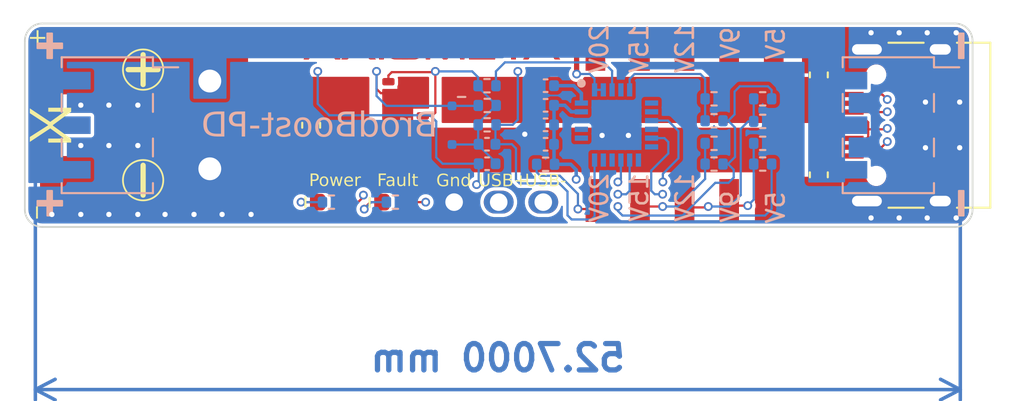
<source format=kicad_pcb>
(kicad_pcb (version 20241229) (generator "pcbnew") (generator_version "9.0")
  (layers (0 "F.Cu" mixed) (4 "In1.Cu" signal) (6 "In2.Cu" signal) (2 "B.Cu" mixed) (13 "F.Paste" user) (15 "B.Paste" user) (5 "F.SilkS" user "F.Silkscreen") (7 "B.SilkS" user "B.Silkscreen") (1 "F.Mask" user) (3 "B.Mask" user) (25 "Edge.Cuts" user))
  (net 0 "")
  (net 1 "GND")
  (net 2 "+3V3")
  (net 3 "/CC2")
  (net 4 "/CC1")
  (net 5 "/USB_M")
  (net 6 "/USB_P")
  (net 12 "/SCL_3")
  (net 13 "/SDA_3")
  (net 14 "/USB_C_V+")
  (net 15 "Net-(D2-A)")
  (net 16 "/OUTPUT_V+")
  (net 17 "Net-(IC1-VCCD)")
  (net 18 "/FAULT_LED")
  (net 19 "Net-(D3-K)")
  (net 20 "/VBUS_FET_EN")
  (net 21 "/INT_3")
  (net 22 "Net-(D2-K)")
  (net 23 "/VBUS_MAX")
  (net 24 "/ISNK_COARSE")
  (net 25 "Net-(D1-K)")
  (net 28 "Net-(R16-Pad1)")
  (net 29 "Net-(R18-Pad1)")
  (net 30 "Net-(R20-Pad1)")
  (net 31 "Net-(R1-Pad2)")
  (footprint "aArtWork:Axiometa_Logo" (layer "F.Cu") (at 147.714223 99.194205)
    (property "Reference" "G***" (hide yes))
    (property "Value" "LOGO" (hide yes))
  )
  (footprint "Connector_PinSocket_2.54mm:PinSocket_1x02_P2.54mm_Vertical_SMD_Pin1Left" (layer "F.Cu") (at 128.733178 103.36375 180)
    (property "Reference" "N21" (hide yes))
    (property "Value" "Conn_01x02_Pin" (hide yes))
  )
  (footprint "TerminalBlock_4Ucon:TerminalBlock_4Ucon_1x02_P3.50mm_Vertical" (layer "F.Cu") (at 136.153178 103.34775 -90)
    (property "Reference" "J4" (hide yes))
    (property "Value" "Conn_01x02_Pin" (hide yes))
  )
  (footprint "Capacitor_SMD:C_0603_1608Metric" (layer "F.Cu") (at 170.853178 100.49775 90)
    (property "Reference" "C3" (hide yes))
    (property "Value" "0.1 uF")
  )
  (footprint "Capacitor_SMD:C_0603_1608Metric" (layer "F.Cu") (at 170.853178 106.19075 -90)
    (property "Reference" "C1" (hide yes))
    (property "Value" "3.3 uF")
  )
  (footprint "Package_SON:Diodes_PowerDI3333-8" (layer "F.Cu") (at 144.829178 101.86075 180)
    (property "Reference" "Q3" (hide yes))
    (property "Value" "DMP3013")
  )
  (footprint "LED_SMD:LED_0603_1608Metric" (layer "F.Cu") (at 146.745178 107.74775)
    (property "Reference" "D3" (hide yes))
    (property "Value" "Red")
  )
  (footprint "LED_SMD:LED_0603_1608Metric" (layer "F.Cu") (at 143.082178 107.74775)
    (property "Reference" "D1" (hide yes))
    (property "Value" "Green")
  )
  (footprint "aArtWork:Axiometa_2mm" (layer "F.Cu") (at 127.078178 103.36375 -90)
    (property "Reference" "G***" (hide yes))
    (property "Value" "LOGO" (hide yes))
  )
  (footprint "Connector_PinHeader_2.54mm:PinHeader_1x04_P2.54mm_Horizontal" (layer "F.Cu") (at 157.693178 107.74775 -90)
    (property "Reference" "J6" (hide yes))
    (property "Value" "Output" (hide yes))
  )
  (footprint "Button_Switch_SMD:SW_DIP_SPSTx05_Slide_9.78x14.88mm_W8.61mm_P2.54mm" (layer "F.Cu") (at 163.203178 103.34775 -90)
    (property "Reference" "SW1" (hide yes))
    (property "Value" "SW_DIP_x05" (hide yes))
  )
  (footprint "Package_SON:Diodes_PowerDI3333-8" (layer "F.Cu") (at 149.789178 101.85825)
    (property "Reference" "Q2" (hide yes))
    (property "Value" "DMP3013")
  )
  (footprint "aArtWork:Axiometa_Logo" (layer "F.Cu") (at 147.714223 99.194205)
    (property "Reference" "G***" (hide yes))
    (property "Value" "LOGO" (hide yes))
  )
  (footprint "Connector_USB:USB_C_Receptacle_HRO_TYPE-C-31-M-12" (layer "F.Cu") (at 176.723178 103.36625 90)
    (property "Reference" "P1" (hide yes))
    (property "Value" "USB Type C")
  )
  (footprint "Capacitor_SMD:C_0603_1608Metric" (layer "F.Cu") (at 141.928178 103.36625 -90)
    (property "Reference" "C4" (hide yes))
    (property "Value" "3.3 uF")
  )
  (footprint "Capacitor_SMD:C_0402_1005Metric" (layer "B.Cu") (at 155.285178 103.34175 180)
    (property "Reference" "C12" (hide yes))
    (property "Value" "100nF")
  )
  (footprint "Capacitor_SMD:C_0402_1005Metric" (layer "B.Cu") (at 155.285178 102.23175 180)
    (property "Reference" "C10" (hide yes))
    (property "Value" "1uF")
  )
  (footprint "Resistor_SMD:R_0402_1005Metric" (layer "B.Cu") (at 164.883178 104.39775 180)
    (property "Reference" "R21" (hide yes))
    (property "Value" "5.1k")
  )
  (footprint "Capacitor_SMD:C_0402_1005Metric" (layer "B.Cu") (at 155.285178 104.45175 180)
    (property "Reference" "C11" (hide yes))
    (property "Value" "1uF")
  )
  (footprint "Resistor_SMD:R_0402_1005Metric" (layer "B.Cu") (at 167.653178 105.57775)
    (property "Reference" "R16" (hide yes))
    (property "Value" "5.1k")
  )
  (footprint "Capacitor_SMD:C_0402_1005Metric" (layer "B.Cu") (at 151.947178 104.44775 180)
    (property "Reference" "C2" (hide yes))
    (property "Value" "1uF")
  )
  (footprint "Resistor_SMD:R_0402_1005Metric" (layer "B.Cu") (at 155.285178 105.59175 180)
    (property "Reference" "R1" (hide yes))
    (property "Value" "1k")
  )
  (footprint "Capacitor_SMD:C_0402_1005Metric" (layer "B.Cu") (at 151.953178 105.55975)
    (property "Reference" "C9" (hide yes))
    (property "Value" "1uF")
  )
  (footprint "Diode_SMD:D_SOD-323F" (layer "B.Cu") (at 149.953178 103.36375 -90)
    (property "Reference" "D2" (hide yes))
    (property "Value" "15V")
  )
  (footprint "Resistor_SMD:R_0402_1005Metric" (layer "B.Cu") (at 167.653178 104.39775 180)
    (property "Reference" "R17" (hide yes))
    (property "Value" "1k")
  )
  (footprint "Connector_PinHeader_2.54mm:PinHeader_2x03_P2.54mm_Vertical_SMD" (layer "B.Cu") (at 130.313178 103.36375 180)
    (property "Reference" "J2" (hide yes))
    (property "Value" "Conn_02x02_Counter_Clockwise")
  )
  (footprint "Resistor_SMD:R_0402_1005Metric" (layer "B.Cu") (at 164.883178 101.86175 180)
    (property "Reference" "R31" (hide yes))
    (property "Value" "2.4k")
  )
  (footprint "Resistor_SMD:R_0402_1005Metric" (layer "B.Cu") (at 151.953178 103.34175)
    (property "Reference" "R8" (hide yes))
    (property "Value" "10k")
  )
  (footprint "Resistor_SMD:R_0402_1005Metric" (layer "B.Cu") (at 164.883178 103.11175)
    (property "Reference" "R30" (hide yes))
    (property "Value" "5.1k")
  )
  (footprint "Resistor_SMD:R_0402_1005Metric" (layer "B.Cu") (at 167.653178 101.86175)
    (property "Reference" "R18" (hide yes))
    (property "Value" "5.1k")
  )
  (footprint "Resistor_SMD:R_0402_1005Metric" (layer "B.Cu") (at 143.082178 107.74775 180)
    (property "Reference" "R4" (hide yes))
    (property "Value" "10k")
  )
  (footprint "Resistor_SMD:R_0402_1005Metric" (layer "B.Cu") (at 151.959178 102.23875 180)
    (property "Reference" "R9" (hide yes))
    (property "Value" "49.9k")
  )
  (footprint "Resistor_SMD:R_0402_1005Metric" (layer "B.Cu") (at 151.945178 101.11375 180)
    (property "Reference" "R10" (hide yes))
    (property "Value" "1k")
  )
  (footprint "Connector_PinHeader_2.54mm:PinHeader_2x03_P2.54mm_Vertical_SMD" (layer "B.Cu") (at 174.813178 103.36375 180)
    (property "Reference" "J1" (hide yes))
    (property "Value" "Conn_02x02_Counter_Clockwise")
  )
  (footprint "Capacitor_SMD:C_0402_1005Metric" (layer "B.Cu") (at 155.285178 101.11225 180)
    (property "Reference" "C13" (hide yes))
    (property "Value" "1uF")
  )
  (footprint "aFootprint:CYPD3177" (layer "B.Cu") (at 159.324178 103.35075 -90)
    (property "Reference" "IC1" (hide yes))
    (property "Value" "CYPD3177" (hide yes))
  )
  (footprint "Resistor_SMD:R_0402_1005Metric" (layer "B.Cu") (at 164.883178 105.57775)
    (property "Reference" "R20" (hide yes))
    (property "Value" "5.1k")
  )
  (footprint "Resistor_SMD:R_0402_1005Metric" (layer "B.Cu") (at 146.725178 107.74775 180)
    (property "Reference" "R11" (hide yes))
    (property "Value" "2k")
  )
  (footprint "Resistor_SMD:R_0402_1005Metric" (layer "B.Cu") (at 167.653178 103.14775 180)
    (property "Reference" "R19" (hide yes))
    (property "Value" "2.4k")
  )
  (gr_circle (center 132.353178 100.19775) (end 133.503178 100.19775) (stroke (width 0.1)) (fill no) (layer "F.SilkS"))
  (gr_circle (center 132.353178 106.49775) (end 133.503178 106.49775) (stroke (width 0.1)) (fill no) (layer "F.SilkS"))
  (gr_line (start 131.504428 100.19775) (end 133.201928 100.19775) (stroke (width 0.3)) (layer "F.SilkS"))
  (gr_line (start 132.353178 107.3465) (end 132.353178 105.649) (stroke (width 0.3)) (layer "F.SilkS"))
  (gr_line (start 132.353178 99.349) (end 132.353178 101.0465) (stroke (width 0.3)) (layer "F.SilkS"))
  (gr_rect (start 126.329178 107.67175) (end 127.743178 107.94775) (stroke (width 0.1)) (fill yes) (layer "B.SilkS"))
  (gr_rect (start 178.828178 107.10275) (end 179.104178 108.51675) (stroke (width 0.1)) (fill yes) (layer "B.SilkS"))
  (gr_rect (start 126.891178 107.10275) (end 127.167178 108.51675) (stroke (width 0.1)) (fill yes) (layer "B.SilkS"))
  (gr_rect (start 178.828178 98.13375) (end 179.104178 99.54775) (stroke (width 0.1)) (fill yes) (layer "B.SilkS"))
  (gr_rect (start 126.891178 98.13375) (end 127.167178 99.54775) (stroke (width 0.1)) (fill yes) (layer "B.SilkS"))
  (gr_rect (start 126.329178 98.70275) (end 127.743178 98.97875) (stroke (width 0.1)) (fill yes) (layer "B.SilkS"))
  (gr_line (start 178.613178 109.16375) (end 126.613178 109.16375) (stroke (width 0.1)) (layer "Edge.Cuts"))
  (gr_arc (start 125.613178 98.56875) (mid 125.906054 97.861611) (end 126.613178 97.56875) (stroke (width 0.1)) (layer "Edge.Cuts"))
  (gr_line (start 126.613178 97.56875) (end 178.61 97.56875) (stroke (width 0.1)) (layer "Edge.Cuts"))
  (gr_arc (start 179.613178 108.16375) (mid 179.320302 108.870889) (end 178.613178 109.16375) (stroke (width 0.1)) (layer "Edge.Cuts"))
  (gr_arc (start 178.613178 97.56875) (mid 179.320267 97.861646) (end 179.613178 98.56875) (stroke (width 0.1)) (layer "Edge.Cuts"))
  (gr_arc (start 126.613178 109.16375) (mid 125.906089 108.870854) (end 125.613178 108.16375) (stroke (width 0.1)) (layer "Edge.Cuts"))
  (gr_line (start 125.613178 108.16375) (end 125.613178 98.56875) (stroke (width 0.1)) (layer "Edge.Cuts"))
  (gr_line (start 179.613178 98.56875) (end 179.613178 108.16375) (stroke (width 0.1)) (layer "Edge.Cuts"))
  (gr_text "Power" (at 141.803178 106.94775 0) (layer "F.SilkS") (effects (font (size 0.7 0.7) (thickness 0.125)) (justify left bottom)))
  (gr_text "Fault" (at 145.683178 106.94975 0) (layer "F.SilkS") (effects (font (size 0.7 0.7) (thickness 0.125)) (justify left bottom)))
  (gr_text "-" (at 126.853178 108.74775 90) (layer "F.SilkS") (effects (font (size 1 1) (thickness 0.125)) (justify left bottom)))
  (gr_text "USB+" (at 151.453178 106.96075 0) (layer "F.SilkS") (effects (font (size 0.7 0.7) (thickness 0.125)) (justify left bottom)))
  (gr_text "Gnd" (at 149.053178 106.96075 0) (layer "F.SilkS") (effects (font (size 0.7 0.7) (thickness 0.125)) (justify left bottom)))
  (gr_text "USB-" (at 154.103178 106.96075 0) (layer "F.SilkS") (effects (font (size 0.7 0.7) (thickness 0.125)) (justify left bottom)))
  (gr_text "+" (at 125.753178 98.99775 0) (layer "F.SilkS") (effects (font (size 1 1) (thickness 0.125)) (justify left bottom)))
  (gr_text "-" (at 126.853178 108.39775 90) (layer "F.SilkS") (effects (font (size 1 1) (thickness 0.125)) (justify left bottom)))
  (gr_text "9V" (at 166.403178 97.67275 90) (layer "B.SilkS") (effects (font (size 1 1)) (justify left bottom mirror)))
  (gr_text "5V" (at 168.978178 97.72275 90) (layer "B.SilkS") (effects (font (size 1 1)) (justify left bottom mirror)))
  (gr_text "15V" (at 161.203178 105.99775 90) (layer "B.SilkS") (effects (font (size 1 1)) (justify left bottom mirror)))
  (gr_text "BrodBoost-PD" (at 142.403178 104.24775 0) (layer "B.SilkS") (effects (font (size 1.4 1.4) (thickness 0.175)) (justify bottom mirror)))
  (gr_text "15V" (at 161.203178 97.52275 90) (layer "B.SilkS") (effects (font (size 1 1)) (justify left bottom mirror)))
  (gr_text "12V" (at 163.803178 105.99775 90) (layer "B.SilkS") (effects (font (size 1 1)) (justify left bottom mirror)))
  (gr_text "9V" (at 166.403178 106.99775 90) (layer "B.SilkS") (effects (font (size 1 1)) (justify left bottom mirror)))
  (gr_text "20V" (at 158.928178 106.02275 90) (layer "B.SilkS") (effects (font (size 1 1)) (justify left bottom mirror)))
  (gr_text "5V" (at 168.978178 107.04775 90) (layer "B.SilkS") (effects (font (size 1 1)) (justify left bottom mirror)))
  (gr_text "12V" (at 163.803178 97.52275 90) (layer "B.SilkS") (effects (font (size 1 1)) (justify left bottom mirror)))
  (gr_text "20V" (at 158.928178 97.54775 90) (layer "B.SilkS") (effects (font (size 1 1)) (justify left bottom mirror)))
  (dimension (type orthogonal) (layer "B.Cu") (pts (xy 178.913178 105.88775) (xy 126.213178 105.97775)) (height 12.54) (orientation 0) (format (prefix "") (suffix "") (units 3) (units_format 1) (precision 4)) (style (thickness 0.2) (arrow_length 1.27) (text_position_mode 0) (arrow_direction outward) (extension_height 0.58642) (extension_offset 0.5) (keep_text_aligned yes)) (gr_text "52.7000 mm" (at 152.563178 116.62775 0) (layer "B.Cu") (effects (font (size 1.5 1.5) (thickness 0.3)) (justify mirror))))
  (via (at 136.853178 108.44775) (size 0.5) (drill 0.3) (layers "F.Cu" "B.Cu") (net 1))
  (via (at 135.253178 108.44775) (size 0.5) (drill 0.3) (layers "F.Cu" "B.Cu") (net 1))
  (via (at 154.099178 103.87875) (size 0.5) (drill 0.3) (layers "F.Cu" "B.Cu") (net 1))
  (via (at 128.803178 104.52275) (size 0.5) (drill 0.3) (layers "F.Cu" "B.Cu") (net 1))
  (via (at 178.878178 102.04775) (size 0.5) (drill 0.3) (layers "F.Cu" "B.Cu") (net 1))
  (via (at 128.803178 108.44775) (size 0.5) (drill 0.3) (layers "F.Cu" "B.Cu") (net 1))
  (via (at 132.053178 104.52275) (size 0.5) (drill 0.3) (layers "F.Cu" "B.Cu") (net 1))
  (via (at 176.928178 104.64775) (size 0.5) (drill 0.3) (layers "F.Cu" "B.Cu") (net 1))
  (via (at 130.403178 104.52275) (size 0.5) (drill 0.3) (layers "F.Cu" "B.Cu") (net 1))
  (via (at 173.828178 98.09775) (size 0.5) (drill 0.3) (layers "F.Cu" "B.Cu") (net 1))
  (via (at 138.503178 108.44775) (size 0.5) (drill 0.3) (layers "F.Cu" "B.Cu") (net 1))
  (via (at 175.428178 108.64775) (size 0.5) (drill 0.3) (layers "F.Cu" "B.Cu") (net 1))
  (via (at 158.503178 103.94775) (size 0.5) (drill 0.3) (layers "F.Cu" "B.Cu") (net 1))
  (via (at 176.928178 102.04775) (size 0.5) (drill 0.3) (layers "F.Cu" "B.Cu") (net 1))
  (via (at 177.028178 98.09775) (size 0.5) (drill 0.3) (layers "F.Cu" "B.Cu") (net 1))
  (via (at 175.428178 98.09775) (size 0.5) (drill 0.3) (layers "F.Cu" "B.Cu") (net 1))
  (via (at 160.003178 103.94775) (size 0.5) (drill 0.3) (layers "F.Cu" "B.Cu") (net 1))
  (via (at 177.028178 108.64775) (size 0.5) (drill 0.3) (layers "F.Cu" "B.Cu") (net 1))
  (via (at 130.403178 102.22275) (size 0.5) (drill 0.3) (layers "F.Cu" "B.Cu") (net 1))
  (via (at 178.678178 108.64775) (size 0.5) (drill 0.3) (layers "F.Cu" "B.Cu") (net 1))
  (via (at 173.828178 108.64775) (size 0.5) (drill 0.3) (layers "F.Cu" "B.Cu") (net 1))
  (via (at 132.053178 102.22275) (size 0.5) (drill 0.3) (layers "F.Cu" "B.Cu") (net 1))
  (via (at 178.878178 104.64775) (size 0.5) (drill 0.3) (layers "F.Cu" "B.Cu") (net 1))
  (via (at 132.053178 108.44775) (size 0.5) (drill 0.3) (layers "F.Cu" "B.Cu") (net 1))
  (via (at 178.678178 98.09775) (size 0.5) (drill 0.3) (layers "F.Cu" "B.Cu") (net 1))
  (via (at 128.803178 102.22275) (size 0.5) (drill 0.3) (layers "F.Cu" "B.Cu") (net 1))
  (via (at 127.153178 108.44775) (size 0.5) (drill 0.3) (layers "F.Cu" "B.Cu") (net 1))
  (via (at 130.403178 108.44775) (size 0.5) (drill 0.3) (layers "F.Cu" "B.Cu") (net 1))
  (via (at 133.603178 108.44775) (size 0.5) (drill 0.3) (layers "F.Cu" "B.Cu") (net 1))
  (segment (start 157.850178 104.60075) (end 157.324178 104.60075) (width 0.127) (layer "B.Cu") (net 1))
  (segment (start 154.805178 101.11225) (end 154.805178 104.45175) (width 0.2) (layer "B.Cu") (net 1))
  (segment (start 158.503178 103.94775) (end 157.850178 104.60075) (width 0.127) (layer "B.Cu") (net 1))
  (segment (start 144.903178 107.44775) (end 144.903178 107.34775) (width 0.127) (layer "F.Cu") (net 2))
  (segment (start 144.603178 107.74775) (end 144.903178 107.44775) (width 0.127) (layer "F.Cu") (net 2))
  (segment (start 143.869678 107.74775) (end 144.603178 107.74775) (width 0.127) (layer "F.Cu") (net 2))
  (via (at 157.028178 106.44775) (size 0.5) (drill 0.3) (layers "F.Cu" "B.Cu") (net 2))
  (via (at 159.403178 107.99775) (size 0.5) (drill 0.3) (layers "F.Cu" "B.Cu") (net 2))
  (via (at 144.903178 107.34775) (size 0.5) (drill 0.3) (layers "F.Cu" "B.Cu") (net 2))
  (segment (start 168.163178 101.86175) (end 168.163178 101.35775) (width 0.127) (layer "B.Cu") (net 2))
  (segment (start 166.003178 106.34775) (end 165.703178 106.64775) (width 0.127) (layer "B.Cu") (net 2))
  (segment (start 166.053178 102.74775) (end 165.689178 103.11175) (width 0.127) (layer "B.Cu") (net 2))
  (segment (start 167.789678 108.51125) (end 168.163178 108.13775) (width 0.127) (layer "B.Cu") (net 2))
  (segment (start 165.689178 103.11175) (end 166.076178 103.49875) (width 0.127) (layer "B.Cu") (net 2))
  (segment (start 155.765178 105.561751) (end 155.795177 105.59175) (width 0.2) (layer "B.Cu") (net 2))
  (segment (start 167.953178 101.14775) (end 166.353178 101.14775) (width 0.127) (layer "B.Cu") (net 2))
  (segment (start 166.003178 105.89775) (end 166.003178 106.34775) (width 0.127) (layer "B.Cu") (net 2))
  (segment (start 165.689178 103.11175) (end 165.393178 103.11175) (width 0.127) (layer "B.Cu") (net 2))
  (segment (start 155.765178 104.45175) (end 155.765178 105.561751) (width 0.2) (layer "B.Cu") (net 2))
  (segment (start 165.393178 105.57775) (end 165.683178 105.57775) (width 0.127) (layer "B.Cu") (net 2))
  (segment (start 162.989678 108.51125) (end 167.789678 108.51125) (width 0.127) (layer "B.Cu") (net 2))
  (segment (start 165.683178 105.57775) (end 166.003178 105.89775) (width 0.127) (layer "B.Cu") (net 2))
  (segment (start 156.379178 102.23175) (end 155.765178 102.23175) (width 0.2) (layer "B.Cu") (net 2))
  (segment (start 159.403178 107.99775) (end 159.403178 108.24775) (width 0.127) (layer "B.Cu") (net 2))
  (segment (start 165.673178 105.57775) (end 165.393178 105.57775) (width 0.127) (layer "B.Cu") (net 2))
  (segment (start 168.163178 101.35775) (end 167.953178 101.14775) (width 0.127) (layer "B.Cu") (net 2))
  (segment (start 165.703178 106.64775) (end 164.953178 106.64775) (width 0.127) (layer "B.Cu") (net 2))
  (segment (start 155.765178 102.23175) (end 155.765178 103.34175) (width 0.2) (layer "B.Cu") (net 2))
  (segment (start 156.712178 105.59175) (end 157.028178 105.90775) (width 0.2) (layer "B.Cu") (net 2))
  (segment (start 159.666678 108.51125) (end 162.989678 108.51125) (width 0.127) (layer "B.Cu") (net 2))
  (segment (start 159.403178 108.24775) (end 159.666678 108.51125) (width 0.127) (layer "B.Cu") (net 2))
  (segment (start 163.089678 108.51125) (end 162.989678 108.51125) (width 0.127) (layer "B.Cu") (net 2))
  (segment (start 157.324178 102.60075) (end 156.748178 102.60075) (width 0.2) (layer "B.Cu") (net 2))
  (segment (start 155.795177 105.59175) (end 156.712178 105.59175) (width 0.2) (layer "B.Cu") (net 2))
  (segment (start 166.053178 101.44775) (end 166.053178 102.74775) (width 0.127) (layer "B.Cu") (net 2))
  (segment (start 157.028178 105.90775) (end 157.028178 106.44775) (width 0.2) (layer "B.Cu") (net 2))
  (segment (start 156.748178 102.60075) (end 156.379178 102.23175) (width 0.2) (layer "B.Cu") (net 2))
  (segment (start 166.076178 105.17475) (end 165.673178 105.57775) (width 0.127) (layer "B.Cu") (net 2))
  (segment (start 166.353178 101.14775) (end 166.053178 101.44775) (width 0.127) (layer "B.Cu") (net 2))
  (segment (start 166.076178 103.49875) (end 166.076178 105.17475) (width 0.127) (layer "B.Cu") (net 2))
  (segment (start 168.163178 108.13775) (end 168.163178 105.57775) (width 0.127) (layer "B.Cu") (net 2))
  (segment (start 164.953178 106.64775) (end 163.089678 108.51125) (width 0.127) (layer "B.Cu") (net 2))
  (segment (start 155.765178 103.34175) (end 155.765178 104.45175) (width 0.2) (layer "B.Cu") (net 2))
  (segment (start 174.753178 101.897747) (end 174.471681 101.61625) (width 0.127) (layer "F.Cu") (net 3))
  (segment (start 174.471681 101.61625) (end 172.678178 101.61625) (width 0.127) (layer "F.Cu") (net 3))
  (via (at 174.753178 101.897747) (size 0.5) (drill 0.3) (layers "F.Cu" "B.Cu") (net 3))
  (via (at 159.403178 107.29775) (size 0.5) (drill 0.3) (layers "F.Cu" "B.Cu") (net 3))
  (segment (start 160.074178 107.10175) (end 160.074178 105.35075) (width 0.127) (layer "B.Cu") (net 3))
  (segment (start 159.878178 107.29775) (end 160.074178 107.10175) (width 0.127) (layer "B.Cu") (net 3))
  (segment (start 159.403178 107.29775) (end 159.878178 107.29775) (width 0.127) (layer "B.Cu") (net 3))
  (segment (start 174.434681 104.61625) (end 172.678179 104.61625) (width 0.127) (layer "F.Cu") (net 4))
  (segment (start 174.753178 104.297753) (end 174.434681 104.61625) (width 0.127) (layer "F.Cu") (net 4))
  (via (at 174.753178 104.297753) (size 0.5) (drill 0.3) (layers "F.Cu" "B.Cu") (net 4))
  (via (at 159.403178 106.59775) (size 0.5) (drill 0.3) (layers "F.Cu" "B.Cu") (net 4))
  (segment (start 159.574178 106.42675) (end 159.574178 105.35075) (width 0.127) (layer "B.Cu") (net 4))
  (segment (start 159.403178 106.59775) (end 159.574178 106.42675) (width 0.127) (layer "B.Cu") (net 4))
  (segment (start 172.678178 103.11625) (end 173.580178 103.11625) (width 0.127) (layer "F.Cu") (net 5))
  (segment (start 174.703178 103.59775) (end 174.753178 103.54775) (width 0.127) (layer "F.Cu") (net 5))
  (segment (start 173.666678 103.59775) (end 173.666678 104.03425) (width 0.127) (layer "F.Cu") (net 5))
  (segment (start 173.666678 103.59775) (end 174.703178 103.59775) (width 0.127) (layer "F.Cu") (net 5))
  (segment (start 173.580178 103.11625) (end 173.666678 103.20275) (width 0.127) (layer "F.Cu") (net 5))
  (segment (start 173.584678 104.11625) (end 172.678178 104.11625) (width 0.127) (layer "F.Cu") (net 5))
  (segment (start 173.666678 103.20275) (end 173.666678 103.59775) (width 0.127) (layer "F.Cu") (net 5))
  (segment (start 173.666678 104.03425) (end 173.584678 104.11625) (width 0.127) (layer "F.Cu") (net 5))
  (via (at 174.753178 103.54775) (size 0.5) (drill 0.3) (layers "F.Cu" "B.Cu") (net 5))
  (segment (start 171.776178 102.61625) (end 171.689678 102.70275) (width 0.127) (layer "F.Cu") (net 6))
  (segment (start 174.753178 102.59775) (end 174.734678 102.61625) (width 0.127) (layer "F.Cu") (net 6))
  (segment (start 171.689678 103.52975) (end 171.776178 103.61625) (width 0.127) (layer "F.Cu") (net 6))
  (segment (start 171.776178 103.61625) (end 172.678178 103.61625) (width 0.127) (layer "F.Cu") (net 6))
  (segment (start 171.689678 102.70275) (end 171.689678 103.52975) (width 0.127) (layer "F.Cu") (net 6))
  (segment (start 172.678178 102.61625) (end 171.776178 102.61625) (width 0.127) (layer "F.Cu") (net 6))
  (segment (start 174.734678 102.61625) (end 172.678178 102.61625) (width 0.127) (layer "F.Cu") (net 6))
  (via (at 174.753178 102.59775) (size 0.5) (drill 0.3) (layers "F.Cu" "B.Cu") (net 6))
  (segment (start 153.703178 100.29775) (end 153.703178 100.99775) (width 0.127) (layer "F.Cu") (net 14))
  (via (at 153.703178 100.29775) (size 0.5) (drill 0.3) (layers "F.Cu" "B.Cu") (net 14))
  (segment (start 153.803178 106.67875) (end 156.06573 106.67875) (width 0.127) (layer "B.Cu") (net 14))
  (segment (start 153.703178 103.04775) (end 153.409178 103.34175) (width 0.127) (layer "B.Cu") (net 14))
  (segment (start 152.427178 104.44775) (end 153.358178 104.44775) (width 0.127) (layer "B.Cu") (net 14))
  (segment (start 156.769178 108.73475) (end 157.896178 108.73475) (width 0.127) (layer "B.Cu") (net 14))
  (segment (start 153.597178 104.68675) (end 153.597178 106.47275) (width 0.127) (layer "B.Cu") (net 14))
  (segment (start 157.896178 108.73475) (end 158.074178 108.55675) (width 0.127) (layer "B.Cu") (net 14))
  (segment (start 156.533178 108.49875) (end 156.769178 108.73475) (width 0.127) (layer "B.Cu") (net 14))
  (segment (start 158.074178 108.55675) (end 158.074178 105.35075) (width 0.127) (layer "B.Cu") (net 14))
  (segment (start 152.427178 104.51575) (end 152.463178 104.47975) (width 0.127) (layer "B.Cu") (net 14))
  (segment (start 153.358178 104.44775) (end 153.597178 104.68675) (width 0.127) (layer "B.Cu") (net 14))
  (segment (start 153.703178 100.29775) (end 153.703178 103.04775) (width 0.127) (layer "B.Cu") (net 14))
  (segment (start 156.06573 106.67875) (end 156.533178 107.146198) (width 0.127) (layer "B.Cu") (net 14))
  (segment (start 153.409178 103.34175) (end 152.463178 103.34175) (width 0.127) (layer "B.Cu") (net 14))
  (segment (start 156.533178 107.146198) (end 156.533178 108.49875) (width 0.127) (layer "B.Cu") (net 14))
  (segment (start 152.427178 104.44775) (end 152.427178 103.37775) (width 0.127) (layer "B.Cu") (net 14))
  (segment (start 153.597178 106.47275) (end 153.803178 106.67875) (width 0.127) (layer "B.Cu") (net 14))
  (segment (start 149.003178 100.29775) (end 148.852178 100.29775) (width 0.127) (layer "F.Cu") (net 15))
  (segment (start 149.003178 100.29775) (end 149.003178 102.64775) (width 0.127) (layer "F.Cu") (net 15))
  (segment (start 148.852178 100.29775) (end 148.809178 100.34075) (width 0.127) (layer "F.Cu") (net 15))
  (segment (start 149.003178 102.64775) (end 148.817678 102.83325) (width 0.127) (layer "F.Cu") (net 15))
  (segment (start 148.809178 100.34075) (end 146.521178 100.34075) (width 0.127) (layer "F.Cu") (net 15))
  (segment (start 148.817678 102.83325) (end 148.289178 102.83325) (width 0.127) (layer "F.Cu") (net 15))
  (segment (start 146.329178 100.53275) (end 146.329178 100.88575) (width 0.127) (layer "F.Cu") (net 15))
  (segment (start 146.521178 100.34075) (end 146.329178 100.53275) (width 0.127) (layer "F.Cu") (net 15))
  (via (at 149.003178 100.29775) (size 0.5) (drill 0.3) (layers "F.Cu" "B.Cu") (net 15))
  (segment (start 151.443178 104.48775) (end 152.433178 105.47775) (width 0.127) (layer "B.Cu") (net 15))
  (segment (start 152.469178 102.21375) (end 152.469178 102.23875) (width 0.127) (layer "B.Cu") (net 15))
  (segment (start 151.103178 100.29775) (end 151.435178 100.62975) (width 0.127) (layer "B.Cu") (net 15))
  (segment (start 151.435178 101.11375) (end 151.435178 101.17975) (width 0.127) (layer "B.Cu") (net 15))
  (segment (start 152.433178 105.47775) (end 152.433178 105.55975) (width 0.127) (layer "B.Cu") (net 15))
  (segment (start 151.473178 103.22775) (end 152.462178 102.23875) (width 0.127) (layer "B.Cu") (net 15))
  (segment (start 151.443178 103.34175) (end 151.443178 104.48775) (width 0.127) (layer "B.Cu") (net 15))
  (segment (start 151.473178 103.36375) (end 151.473178 103.22775) (width 0.127) (layer "B.Cu") (net 15))
  (segment (start 149.953178 104.46375) (end 151.427178 104.46375) (width 0.127) (layer "B.Cu") (net 15))
  (segment (start 151.435178 101.17975) (end 152.469178 102.21375) (width 0.127) (layer "B.Cu") (net 15))
  (segment (start 151.427178 104.46375) (end 151.443178 104.47975) (width 0.127) (layer "B.Cu") (net 15))
  (segment (start 151.435178 100.62975) (end 151.435178 101.11375) (width 0.127) (layer "B.Cu") (net 15))
  (segment (start 149.003178 100.29775) (end 151.103178 100.29775) (width 0.127) (layer "B.Cu") (net 15))
  (segment (start 152.462178 102.23875) (end 152.469178 102.23875) (width 0.127) (layer "B.Cu") (net 15))
  (segment (start 142.303178 101.24775) (end 142.303178 100.29775) (width 0.127) (layer "F.Cu") (net 16))
  (via (at 161.952143 107.297601) (size 0.5) (drill 0.3) (layers "F.Cu" "B.Cu") (net 16))
  (via (at 151.353178 106.74775) (size 0.5) (drill 0.3) (layers "F.Cu" "B.Cu") (net 16))
  (via (at 142.303178 100.29775) (size 0.5) (drill 0.3) (layers "F.Cu" "B.Cu") (net 16))
  (segment (start 162.276178 104.97475) (end 162.276178 104.32075) (width 0.127) (layer "B.Cu") (net 16))
  (segment (start 162.276178 104.32075) (end 162.056178 104.10075) (width 0.127) (layer "B.Cu") (net 16))
  (segment (start 149.415178 105.55975) (end 151.473178 105.55975) (width 0.127) (layer "B.Cu") (net 16))
  (segment (start 151.473178 106.62775) (end 151.353178 106.74775) (width 0.127) (layer "B.Cu") (net 16))
  (segment (start 149.053178 105.19775) (end 149.415178 105.55975) (width 0.127) (layer "B.Cu") (net 16))
  (segment (start 161.303178 107.09775) (end 161.303178 105.94775) (width 0.127) (layer "B.Cu") (net 16))
  (segment (start 142.303178 102.14775) (end 142.953178 102.79775) (width 0.127) (layer "B.Cu") (net 16))
  (segment (start 151.473178 105.57975) (end 151.467178 105.58575) (width 0.127) (layer "B.Cu") (net 16))
  (segment (start 148.703178 102.79775) (end 149.053178 103.14775) (width 0.127) (layer "B.Cu") (net 16))
  (segment (start 161.952143 107.297601) (end 161.503029 107.297601) (width 0.127) (layer "B.Cu") (net 16))
  (segment (start 142.953178 102.79775) (end 148.703178 102.79775) (width 0.127) (layer "B.Cu") (net 16))
  (segment (start 161.303178 105.94775) (end 162.276178 104.97475) (width 0.127) (layer "B.Cu") (net 16))
  (segment (start 149.053178 103.14775) (end 149.053178 105.19775) (width 0.127) (layer "B.Cu") (net 16))
  (segment (start 151.435178 105.55375) (end 151.467178 105.58575) (width 0.127) (layer "B.Cu") (net 16))
  (segment (start 151.473178 105.55975) (end 151.473178 106.62775) (width 0.127) (layer "B.Cu") (net 16))
  (segment (start 162.056178 104.10075) (end 161.324178 104.10075) (width 0.127) (layer "B.Cu") (net 16))
  (segment (start 142.303178 100.29775) (end 142.303178 102.14775) (width 0.127) (layer "B.Cu") (net 16))
  (segment (start 161.503029 107.297601) (end 161.303178 107.09775) (width 0.127) (layer "B.Cu") (net 16))
  (segment (start 157.324178 101.54675) (end 156.889678 101.11225) (width 0.2) (layer "B.Cu") (net 17))
  (segment (start 156.889678 101.11225) (end 155.765178 101.11225) (width 0.2) (layer "B.Cu") (net 17))
  (segment (start 157.324178 102.10075) (end 157.324178 101.54675) (width 0.2) (layer "B.Cu") (net 17))
  (segment (start 147.532678 107.74775) (end 148.453178 107.74775) (width 0.127) (layer "F.Cu") (net 18))
  (via (at 161.966678 106.59775) (size 0.5) (drill 0.3) (layers "F.Cu" "B.Cu") (net 18))
  (via (at 148.453178 107.74775) (size 0.5) (drill 0.3) (layers "F.Cu" "B.Cu") (net 18))
  (segment (start 162.256178 103.10075) (end 161.324178 103.10075) (width 0.127) (layer "B.Cu") (net 18))
  (segment (start 162.853178 103.69775) (end 162.256178 103.10075) (width 0.127) (layer "B.Cu") (net 18))
  (segment (start 161.966678 106.13425) (end 162.853178 105.24775) (width 0.127) (layer "B.Cu") (net 18))
  (segment (start 161.966678 106.59775) (end 161.966678 106.13425) (width 0.127) (layer "B.Cu") (net 18))
  (segment (start 162.853178 105.24775) (end 162.853178 103.69775) (width 0.127) (layer "B.Cu") (net 18))
  (segment (start 145.303178 107.74775) (end 145.957678 107.74775) (width 0.127) (layer "F.Cu") (net 19))
  (segment (start 144.953178 108.14775) (end 144.953178 108.09775) (width 0.127) (layer "F.Cu") (net 19))
  (segment (start 144.953178 108.09775) (end 145.303178 107.74775) (width 0.127) (layer "F.Cu") (net 19))
  (via (at 144.953178 108.14775) (size 0.5) (drill 0.3) (layers "F.Cu" "B.Cu") (net 19))
  (segment (start 145.353178 107.74775) (end 146.215178 107.74775) (width 0.127) (layer "B.Cu") (net 19))
  (segment (start 144.953178 108.14775) (end 145.353178 107.74775) (width 0.127) (layer "B.Cu") (net 19))
  (segment (start 158.589678 99.78425) (end 159.074178 100.26875) (width 0.127) (layer "B.Cu") (net 20))
  (segment (start 152.455178 101.11375) (end 152.455178 100.29575) (width 0.127) (layer "B.Cu") (net 20))
  (segment (start 152.455178 100.29575) (end 152.966678 99.78425) (width 0.127) (layer "B.Cu") (net 20))
  (segment (start 159.074178 100.26875) (end 159.074178 101.35075) (width 0.127) (layer "B.Cu") (net 20))
  (segment (start 152.966678 99.78425) (end 158.589678 99.78425) (width 0.127) (layer "B.Cu") (net 20))
  (segment (start 145.653178 101.297094) (end 145.653178 100.29775) (width 0.127) (layer "F.Cu") (net 22))
  (segment (start 145.891834 101.53575) (end 145.653178 101.297094) (width 0.127) (layer "F.Cu") (net 22))
  (segment (start 146.329178 101.53575) (end 145.891834 101.53575) (width 0.127) (layer "F.Cu") (net 22))
  (via (at 145.653178 100.29775) (size 0.5) (drill 0.3) (layers "F.Cu" "B.Cu") (net 22))
  (segment (start 149.953178 102.26375) (end 151.424178 102.26375) (width 0.127) (layer "B.Cu") (net 22))
  (segment (start 145.653178 101.69775) (end 146.219178 102.26375) (width 0.127) (layer "B.Cu") (net 22))
  (segment (start 145.653178 100.29775) (end 145.653178 101.69775) (width 0.127) (layer "B.Cu") (net 22))
  (segment (start 151.424178 102.26375) (end 151.449178 102.23875) (width 0.127) (layer "B.Cu") (net 22))
  (segment (start 146.219178 102.26375) (end 149.953178 102.26375) (width 0.127) (layer "B.Cu") (net 22))
  (segment (start 168.283178 99.04275) (end 158.123178 99.04275) (width 0.3) (layer "F.Cu") (net 23))
  (segment (start 157.408178 99.04275) (end 158.123178 99.04275) (width 0.3) (layer "F.Cu") (net 23))
  (segment (start 157.053178 100.44775) (end 157.053178 99.39775) (width 0.3) (layer "F.Cu") (net 23))
  (segment (start 157.053178 99.39775) (end 157.408178 99.04275) (width 0.3) (layer "F.Cu") (net 23))
  (via (at 157.053178 100.44775) (size 0.5) (drill 0.3) (layers "F.Cu" "B.Cu") (net 23))
  (segment (start 158.074178 100.71875) (end 158.074178 101.35075) (width 0.127) (layer "B.Cu") (net 23))
  (segment (start 158.574178 101.35075) (end 158.074178 101.35075) (width 0.127) (layer "B.Cu") (net 23))
  (segment (start 157.803178 100.44775) (end 158.074178 100.71875) (width 0.127) (layer "B.Cu") (net 23))
  (segment (start 157.053178 100.44775) (end 157.803178 100.44775) (width 0.127) (layer "B.Cu") (net 23))
  (segment (start 164.103178 100.44775) (end 164.373178 100.71775) (width 0.127) (layer "B.Cu") (net 24))
  (segment (start 160.074178 101.35075) (end 160.074178 100.72675) (width 0.127) (layer "B.Cu") (net 24))
  (segment (start 164.373178 100.71775) (end 164.373178 101.86175) (width 0.127) (layer "B.Cu") (net 24))
  (segment (start 160.353178 100.44775) (end 164.103178 100.44775) (width 0.127) (layer "B.Cu") (net 24))
  (segment (start 164.373178 101.86175) (end 164.373178 103.11175) (width 0.127) (layer "B.Cu") (net 24))
  (segment (start 160.074178 100.72675) (end 160.353178 100.44775) (width 0.127) (layer "B.Cu") (net 24))
  (segment (start 142.294678 107.74775) (end 141.353178 107.74775) (width 0.127) (layer "F.Cu") (net 25))
  (via (at 141.353178 107.74775) (size 0.5) (drill 0.3) (layers "F.Cu" "B.Cu") (net 25))
  (segment (start 142.572178 107.74775) (end 141.353178 107.74775) (width 0.127) (layer "B.Cu") (net 25))
  (segment (start 165.953178 107.94775) (end 165.743178 107.73775) (width 0.127) (layer "F.Cu") (net 28))
  (segment (start 165.743178 107.73775) (end 165.743178 107.65275) (width 0.127) (layer "F.Cu") (net 28))
  (segment (start 166.803178 107.94775) (end 165.953178 107.94775) (width 0.127) (layer "F.Cu") (net 28))
  (via (at 166.803178 107.94775) (size 0.5) (drill 0.3) (layers "F.Cu" "B.Cu") (net 28))
  (segment (start 166.803178 107.94775) (end 167.143178 107.60775) (width 0.127) (layer "B.Cu") (net 28))
  (segment (start 167.143178 107.60775) (end 167.143178 105.57775) (width 0.127) (layer "B.Cu") (net 28))
  (segment (start 167.143178 104.39775) (end 167.143178 105.57775) (width 0.127) (layer "B.Cu") (net 28))
  (segment (start 164.553178 107.99775) (end 164.503178 108.04775) (width 0.127) (layer "F.Cu") (net 29))
  (segment (start 163.253178 108.04775) (end 163.203178 107.99775) (width 0.127) (layer "F.Cu") (net 29))
  (segment (start 164.503178 108.04775) (end 163.253178 108.04775) (width 0.127) (layer "F.Cu") (net 29))
  (segment (start 163.203178 107.99775) (end 163.203178 107.65275) (width 0.127) (layer "F.Cu") (net 29))
  (via (at 164.553178 107.99775) (size 0.5) (drill 0.3) (layers "F.Cu" "B.Cu") (net 29))
  (segment (start 167.143178 101.86175) (end 167.143178 103.14775) (width 0.127) (layer "B.Cu") (net 29))
  (segment (start 164.553178 107.99775) (end 165.753178 107.99775) (width 0.127) (layer "B.Cu") (net 29))
  (segment (start 166.828178 103.14775) (end 167.143178 103.14775) (width 0.127) (layer "B.Cu") (net 29))
  (segment (start 166.403178 103.57275) (end 166.828178 103.14775) (width 0.127) (layer "B.Cu") (net 29))
  (segment (start 166.403178 107.34775) (end 166.403178 103.57275) (width 0.127) (layer "B.Cu") (net 29))
  (segment (start 165.753178 107.99775) (end 166.403178 107.34775) (width 0.127) (layer "B.Cu") (net 29))
  (segment (start 161.008178 107.99775) (end 160.663178 107.65275) (width 0.127) (layer "F.Cu") (net 30))
  (segment (start 161.953178 107.99775) (end 161.008178 107.99775) (width 0.127) (layer "F.Cu") (net 30))
  (via (at 161.953178 107.99775) (size 0.5) (drill 0.3) (layers "F.Cu" "B.Cu") (net 30))
  (segment (start 161.953178 107.99775) (end 162.803178 107.99775) (width 0.127) (layer "B.Cu") (net 30))
  (segment (start 164.373178 106.42775) (end 164.373178 105.57775) (width 0.127) (layer "B.Cu") (net 30))
  (segment (start 164.373178 104.39775) (end 164.373178 105.57775) (width 0.127) (layer "B.Cu") (net 30))
  (segment (start 162.803178 107.99775) (end 164.373178 106.42775) (width 0.127) (layer "B.Cu") (net 30))
  (segment (start 157.127178 108.14075) (end 157.635178 108.14075) (width 0.127) (layer "F.Cu") (net 31))
  (segment (start 157.635178 108.14075) (end 158.123178 107.65275) (width 0.127) (layer "F.Cu") (net 31))
  (via (at 157.127178 108.14075) (size 0.5) (drill 0.3) (layers "F.Cu" "B.Cu") (net 31))
  (segment (start 154.775179 105.59175) (end 154.775179 106.037751) (width 0.127) (layer "B.Cu") (net 31))
  (segment (start 156.093178 106.24375) (end 157.127178 107.27775) (width 0.127) (layer "B.Cu") (net 31))
  (segment (start 154.775179 106.037751) (end 154.981178 106.24375) (width 0.127) (layer "B.Cu") (net 31))
  (segment (start 154.981178 106.24375) (end 156.093178 106.24375) (width 0.127) (layer "B.Cu") (net 31))
  (segment (start 157.127178 107.27775) (end 157.127178 108.14075) (width 0.127) (layer "B.Cu") (net 31))
  (zone (net 16) (net_name "/OUTPUT_V+") (layer "F.Cu") (connect_pads yes (clearance 0)) (min_thickness 0.1) (fill yes (thermal_gap 0.5) (thermal_bridge_width 0.5) (island_removal_mode 1) (island_area_min 10))
    (polygon (pts (xy 138.330953 101.476746) (xy 138.333333 98.917746) (xy 126.486646 98.917746) (xy 126.487695 101.476746)))
  )
  (zone (net 16) (net_name "/OUTPUT_V+") (layer "F.Cu") (connect_pads yes (clearance 0)) (min_thickness 0.1) (fill yes (thermal_gap 0.5) (thermal_bridge_width 0.5) (island_removal_mode 1) (island_area_min 10))
    (polygon (pts (xy 145.238492 103.24425) (xy 145.240944 100.60725) (xy 134.253647 100.60725) (xy 134.254727 103.24425)))
  )
  (zone (net 14) (net_name "/USB_C_V+") (layer "F.Cu") (connect_pads yes (clearance 0)) (min_thickness 0.1) (fill yes (thermal_gap 0.5) (thermal_bridge_width 0.5) (island_removal_mode 1) (island_area_min 10))
    (polygon (pts (xy 171.410105 103.23825) (xy 171.412548 100.61125) (xy 149.362081 100.61125) (xy 149.363158 103.23825)))
  )
  (zone (net 14) (net_name "/USB_C_V+") (layer "F.Cu") (name "1") (priority 2) (connect_pads yes (clearance 0)) (min_thickness 0.1) (fill yes (thermal_gap 0.5) (thermal_bridge_width 0.5) (island_removal_mode 1) (island_area_min 10))
    (polygon (pts (xy 170.279178 105.51475) (xy 173.402178 105.51475) (xy 173.402178 106.11475) (xy 170.279178 106.11475)))
  )
  (zone (net 14) (net_name "/USB_C_V+") (layer "F.Cu") (name "1") (priority 2) (connect_pads yes (clearance 0)) (min_thickness 0.1) (fill yes (thermal_gap 0.5) (thermal_bridge_width 0.5) (island_removal_mode 1) (island_area_min 10))
    (polygon (pts (xy 169.939178 100.61575) (xy 173.402178 100.61575) (xy 173.402178 101.21575) (xy 169.939178 101.21575)))
  )
  (zone (net 1) (net_name "GND") (layer "F.Cu") (connect_pads yes (clearance 0)) (min_thickness 0.1) (fill yes (thermal_gap 0.5) (thermal_bridge_width 0.5) (island_removal_mode 1) (island_area_min 10))
    (polygon (pts (xy 167.213517 109.37975) (xy 181.467517 109.393007) (xy 181.467517 106.296133) (xy 167.213517 106.301973)))
  )
  (zone (net 22) (net_name "Net-(D2-K)") (layer "F.Cu") (name "1") (connect_pads yes (clearance 0)) (min_thickness 0.1) (fill yes (thermal_gap 0.5) (thermal_bridge_width 0.5) (island_removal_mode 1) (island_area_min 10))
    (polygon (pts (xy 145.978178 103.23825) (xy 145.978178 101.29425) (xy 146.839178 101.29425) (xy 146.839178 100.60325) (xy 148.645178 100.60325) (xy 148.645178 102.42425) (xy 147.739178 102.42425) (xy 147.739178 103.23825)))
  )
  (zone (net 1) (net_name "GND") (layer "F.Cu") (connect_pads yes (clearance 0)) (min_thickness 0.1) (fill yes (thermal_gap 0.5) (thermal_bridge_width 0.5) (island_removal_mode 1) (island_area_min 10))
    (polygon (pts (xy 138.337076 107.79975) (xy 138.339456 105.24075) (xy 126.486646 105.24075) (xy 126.487695 107.79975)))
  )
  (zone (net 1) (net_name "GND") (layer "F.Cu") (name "1") (priority 2) (connect_pads yes (clearance 0)) (min_thickness 0.1) (fill yes (thermal_gap 0.5) (thermal_bridge_width 0.5) (island_removal_mode 1) (island_area_min 10))
    (polygon (pts (xy 182.551178 97.05175) (xy 182.551178 109.63475) (xy 176.439822 109.63475) (xy 176.439822 97.05175)))
  )
  (zone (net 1) (net_name "GND") (layer "F.Cu") (connect_pads yes (clearance 0)) (min_thickness 0.1) (fill yes (thermal_gap 0.5) (thermal_bridge_width 0.5) (island_removal_mode 1) (island_area_min 10))
    (polygon (pts (xy 169.972306 106.04975) (xy 169.974674 103.50475) (xy 134.228089 103.50475) (xy 134.229132 106.04975)))
  )
  (zone (net 14) (net_name "/USB_C_V+") (layer "F.Cu") (name "1") (priority 2) (connect_pads yes (clearance 0)) (min_thickness 0.1) (fill yes (thermal_gap 0.5) (thermal_bridge_width 0.5) (island_removal_mode 1) (island_area_min 10))
    (polygon (pts (xy 170.269178 100.61075) (xy 171.416178 100.61075) (xy 171.416178 106.11475) (xy 170.269178 106.11475)))
  )
  (zone (net 1) (net_name "GND") (layer "F.Cu") (connect_pads yes (clearance 0)) (min_thickness 0.1) (fill yes (thermal_gap 0.5) (thermal_bridge_width 0.5) (island_removal_mode 1) (island_area_min 10))
    (polygon (pts (xy 169.892517 100.408242) (xy 181.467517 100.419007) (xy 181.467517 97.322133) (xy 169.892517 97.326875)))
  )
  (zone (net 1) (net_name "GND") (layer "F.Cu") (connect_pads yes (clearance 0)) (min_thickness 0.1) (fill yes (thermal_gap 0.5) (thermal_bridge_width 0.5) (island_removal_mode 1) (island_area_min 10))
    (polygon (pts (xy 169.970453 109.37975) (xy 169.975867 103.55875) (xy 167.211132 103.55875) (xy 167.213517 109.37975)))
  )
  (zone (net 16) (net_name "/OUTPUT_V+") (layer "B.Cu") (priority 1) (connect_pads yes (clearance 0)) (min_thickness 0.1) (fill yes (thermal_gap 0.5) (thermal_bridge_width 0.5) (island_removal_mode 1) (island_area_min 10))
    (polygon (pts (xy 172.348178 106.628432) (xy 170.247178 106.630387) (xy 170.247178 97.253436) (xy 172.348178 97.254297)))
  )
  (zone (net 16) (net_name "/OUTPUT_V+") (layer "B.Cu") (priority 1) (connect_pads yes (clearance 0)) (min_thickness 0.1) (fill yes (thermal_gap 0.5) (thermal_bridge_width 0.5) (island_removal_mode 1) (island_area_min 10))
    (polygon (pts (xy 127.801334 106.658547) (xy 125.208334 106.660959) (xy 125.208334 97.252418) (xy 127.801334 97.25348)))
  )
  (zone (net 16) (net_name "/OUTPUT_V+") (layer "B.Cu") (priority 1) (connect_pads yes (clearance 0)) (min_thickness 0.1) (fill yes (thermal_gap 0.5) (thermal_bridge_width 0.5) (island_removal_mode 1) (island_area_min 10))
    (polygon (pts (xy 126.021471 99.54975) (xy 126.019334 97.25275) (xy 172.342063 97.25275) (xy 172.341122 99.54975)))
  )
  (zone (net 16) (net_name "/OUTPUT_V+") (layer "B.Cu") (priority 1) (connect_pads yes (clearance 0)) (min_thickness 0.1) (fill yes (thermal_gap 0.5) (thermal_bridge_width 0.5) (island_removal_mode 1) (island_area_min 10))
    (polygon (pts (xy 137.103178 101.857874) (xy 135.210178 101.859634) (xy 135.210178 97.252397) (xy 137.103178 97.253173)))
  )
  (zone (net 1) (net_name "GND") (layers "B.Cu" "In1.Cu" "In2.Cu") (connect_pads yes (clearance 0)) (min_thickness 0.1) (fill yes (thermal_gap 0.5) (thermal_bridge_width 0.5))
    (polygon (pts (xy 181.469487 110.533702) (xy 181.482792 96.230752) (xy 124.198912 96.230752) (xy 124.204779 110.533702)))
  )
)
</source>
